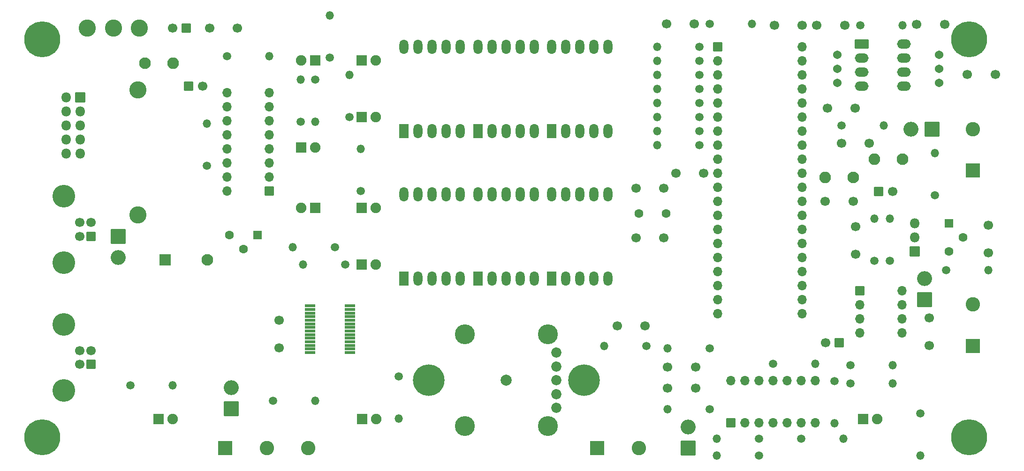
<source format=gbr>
%TF.GenerationSoftware,KiCad,Pcbnew,8.0.1*%
%TF.CreationDate,2024-04-17T00:29:27+02:00*%
%TF.ProjectId,Solaranlage,536f6c61-7261-46e6-9c61-67652e6b6963,rev?*%
%TF.SameCoordinates,Original*%
%TF.FileFunction,Soldermask,Top*%
%TF.FilePolarity,Negative*%
%FSLAX46Y46*%
G04 Gerber Fmt 4.6, Leading zero omitted, Abs format (unit mm)*
G04 Created by KiCad (PCBNEW 8.0.1) date 2024-04-17 00:29:27*
%MOMM*%
%LPD*%
G01*
G04 APERTURE LIST*
G04 Aperture macros list*
%AMRoundRect*
0 Rectangle with rounded corners*
0 $1 Rounding radius*
0 $2 $3 $4 $5 $6 $7 $8 $9 X,Y pos of 4 corners*
0 Add a 4 corners polygon primitive as box body*
4,1,4,$2,$3,$4,$5,$6,$7,$8,$9,$2,$3,0*
0 Add four circle primitives for the rounded corners*
1,1,$1+$1,$2,$3*
1,1,$1+$1,$4,$5*
1,1,$1+$1,$6,$7*
1,1,$1+$1,$8,$9*
0 Add four rect primitives between the rounded corners*
20,1,$1+$1,$2,$3,$4,$5,0*
20,1,$1+$1,$4,$5,$6,$7,0*
20,1,$1+$1,$6,$7,$8,$9,0*
20,1,$1+$1,$8,$9,$2,$3,0*%
G04 Aperture macros list end*
%ADD10C,1.500000*%
%ADD11O,1.500000X1.500000*%
%ADD12RoundRect,0.050000X-0.762000X-1.262000X0.762000X-1.262000X0.762000X1.262000X-0.762000X1.262000X0*%
%ADD13O,1.624000X2.624000*%
%ADD14C,0.900000*%
%ADD15C,6.500000*%
%ADD16C,1.700000*%
%ADD17RoundRect,0.050000X0.875000X0.225000X-0.875000X0.225000X-0.875000X-0.225000X0.875000X-0.225000X0*%
%ADD18C,3.600000*%
%ADD19C,2.000000*%
%ADD20C,1.850000*%
%ADD21RoundRect,0.050000X-0.900000X-0.900000X0.900000X-0.900000X0.900000X0.900000X-0.900000X0.900000X0*%
%ADD22C,1.900000*%
%ADD23C,3.100000*%
%ADD24RoundRect,0.050000X0.800000X0.800000X-0.800000X0.800000X-0.800000X-0.800000X0.800000X-0.800000X0*%
%ADD25RoundRect,0.050000X-1.200000X-0.800000X1.200000X-0.800000X1.200000X0.800000X-1.200000X0.800000X0*%
%ADD26O,2.500000X1.700000*%
%ADD27RoundRect,0.050000X-0.800000X-0.800000X0.800000X-0.800000X0.800000X0.800000X-0.800000X0.800000X0*%
%ADD28O,1.700000X1.700000*%
%ADD29RoundRect,0.050000X-0.800000X0.800000X-0.800000X-0.800000X0.800000X-0.800000X0.800000X0.800000X0*%
%ADD30C,4.100000*%
%ADD31RoundRect,0.050000X-0.850000X-0.850000X0.850000X-0.850000X0.850000X0.850000X-0.850000X0.850000X0*%
%ADD32O,1.800000X1.800000*%
%ADD33RoundRect,0.050000X0.750000X0.750000X-0.750000X0.750000X-0.750000X-0.750000X0.750000X-0.750000X0*%
%ADD34C,1.600000*%
%ADD35RoundRect,0.050000X0.800000X-0.800000X0.800000X0.800000X-0.800000X0.800000X-0.800000X-0.800000X0*%
%ADD36RoundRect,0.050000X0.900000X0.900000X-0.900000X0.900000X-0.900000X-0.900000X0.900000X-0.900000X0*%
%ADD37C,5.700000*%
%ADD38RoundRect,0.050000X-0.750000X-0.750000X0.750000X-0.750000X0.750000X0.750000X-0.750000X0.750000X0*%
%ADD39RoundRect,0.050000X1.250000X-1.250000X1.250000X1.250000X-1.250000X1.250000X-1.250000X-1.250000X0*%
%ADD40C,2.600000*%
%ADD41C,1.540000*%
%ADD42C,2.100000*%
%ADD43O,2.100000X2.100000*%
%ADD44RoundRect,0.050000X1.300000X1.300000X-1.300000X1.300000X-1.300000X-1.300000X1.300000X-1.300000X0*%
%ADD45O,2.700000X2.700000*%
%ADD46RoundRect,0.050000X1.300000X-1.300000X1.300000X1.300000X-1.300000X1.300000X-1.300000X-1.300000X0*%
%ADD47RoundRect,0.050000X-1.300000X1.300000X-1.300000X-1.300000X1.300000X-1.300000X1.300000X1.300000X0*%
%ADD48RoundRect,0.050000X-1.250000X-1.250000X1.250000X-1.250000X1.250000X1.250000X-1.250000X1.250000X0*%
%ADD49RoundRect,0.050000X-1.000000X-1.000000X1.000000X-1.000000X1.000000X1.000000X-1.000000X1.000000X0*%
G04 APERTURE END LIST*
D10*
%TO.C,R11*%
X175768000Y-58928000D03*
D11*
X183388000Y-58928000D03*
%TD*%
D12*
%TO.C,U3*%
X133928000Y-78328000D03*
D13*
X136468000Y-78328000D03*
X139008000Y-78328000D03*
X141548000Y-78328000D03*
X144088000Y-78328000D03*
X144088000Y-63088000D03*
X141548000Y-63088000D03*
X139008000Y-63088000D03*
X136468000Y-63088000D03*
X133928000Y-63088000D03*
%TD*%
D12*
%TO.C,U1*%
X120523000Y-78328000D03*
D13*
X123063000Y-78328000D03*
X125603000Y-78328000D03*
X128143000Y-78328000D03*
X130683000Y-78328000D03*
X130683000Y-63088000D03*
X128143000Y-63088000D03*
X125603000Y-63088000D03*
X123063000Y-63088000D03*
X120523000Y-63088000D03*
%TD*%
D14*
%TO.C,H1*%
X52878000Y-133708000D03*
X53580944Y-132010944D03*
X53580944Y-135405056D03*
X55278000Y-131308000D03*
D15*
X55278000Y-133708000D03*
D14*
X55278000Y-136108000D03*
X56975056Y-132010944D03*
X56975056Y-135405056D03*
X57678000Y-133708000D03*
%TD*%
%TO.C,H3*%
X52878000Y-61708000D03*
X53580944Y-60010944D03*
X53580944Y-63405056D03*
X55278000Y-59308000D03*
D15*
X55278000Y-61708000D03*
D14*
X55278000Y-64108000D03*
X56975056Y-60010944D03*
X56975056Y-63405056D03*
X57678000Y-61708000D03*
%TD*%
%TO.C,H4*%
X220188000Y-133708000D03*
X220890944Y-132010944D03*
X220890944Y-135405056D03*
X222588000Y-131308000D03*
D15*
X222588000Y-133708000D03*
D14*
X222588000Y-136108000D03*
X224285056Y-132010944D03*
X224285056Y-135405056D03*
X224988000Y-133708000D03*
%TD*%
D16*
%TO.C,C3*%
X222250000Y-68072000D03*
X227250000Y-68072000D03*
%TD*%
%TO.C,C5*%
X172974000Y-58928000D03*
X167974000Y-58928000D03*
%TD*%
D12*
%TO.C,U5*%
X147193000Y-78328000D03*
D13*
X149733000Y-78328000D03*
X152273000Y-78328000D03*
X154813000Y-78328000D03*
X157353000Y-78328000D03*
X157353000Y-63088000D03*
X154813000Y-63088000D03*
X152273000Y-63088000D03*
X149733000Y-63088000D03*
X147193000Y-63088000D03*
%TD*%
D14*
%TO.C,H2*%
X220188000Y-61708000D03*
X220890944Y-60010944D03*
X220890944Y-63405056D03*
X222588000Y-59308000D03*
D15*
X222588000Y-61708000D03*
D14*
X222588000Y-64108000D03*
X224285056Y-60010944D03*
X224285056Y-63405056D03*
X224988000Y-61708000D03*
%TD*%
D12*
%TO.C,U6*%
X147193000Y-104998000D03*
D13*
X149733000Y-104998000D03*
X152273000Y-104998000D03*
X154813000Y-104998000D03*
X157353000Y-104998000D03*
X157353000Y-89758000D03*
X154813000Y-89758000D03*
X152273000Y-89758000D03*
X149733000Y-89758000D03*
X147193000Y-89758000D03*
%TD*%
D12*
%TO.C,U4*%
X133928000Y-104998000D03*
D13*
X136468000Y-104998000D03*
X139008000Y-104998000D03*
X141548000Y-104998000D03*
X144088000Y-104998000D03*
X144088000Y-89758000D03*
X141548000Y-89758000D03*
X139008000Y-89758000D03*
X136468000Y-89758000D03*
X133928000Y-89758000D03*
%TD*%
D12*
%TO.C,U2*%
X120523000Y-104998000D03*
D13*
X123063000Y-104998000D03*
X125603000Y-104998000D03*
X128143000Y-104998000D03*
X130683000Y-104998000D03*
X130683000Y-89758000D03*
X128143000Y-89758000D03*
X125603000Y-89758000D03*
X123063000Y-89758000D03*
X120523000Y-89758000D03*
%TD*%
D17*
%TO.C,U8*%
X110788000Y-118398000D03*
X110788000Y-117748000D03*
X110788000Y-117098000D03*
X110788000Y-116448000D03*
X110788000Y-115798000D03*
X110788000Y-115148000D03*
X110788000Y-114498000D03*
X110788000Y-113848000D03*
X110788000Y-113198000D03*
X110788000Y-112548000D03*
X110788000Y-111898000D03*
X110788000Y-111248000D03*
X110788000Y-110598000D03*
X110788000Y-109948000D03*
X103588000Y-109948000D03*
X103588000Y-110598000D03*
X103588000Y-111248000D03*
X103588000Y-111898000D03*
X103588000Y-112548000D03*
X103588000Y-113198000D03*
X103588000Y-113848000D03*
X103588000Y-114498000D03*
X103588000Y-115148000D03*
X103588000Y-115798000D03*
X103588000Y-116448000D03*
X103588000Y-117098000D03*
X103588000Y-117748000D03*
X103588000Y-118398000D03*
%TD*%
D18*
%TO.C,SW1*%
X131508000Y-131713000D03*
X146508000Y-131713000D03*
D19*
X139008000Y-123413000D03*
D18*
X131508000Y-115113000D03*
X146508000Y-115113000D03*
D20*
X148008000Y-125913000D03*
X148008000Y-120913000D03*
X148008000Y-123413000D03*
X148008000Y-128413000D03*
X148008000Y-118413000D03*
%TD*%
D16*
%TO.C,C9*%
X164084000Y-113538000D03*
X159084000Y-113538000D03*
%TD*%
D21*
%TO.C,D2*%
X113030000Y-130429000D03*
D22*
X115570000Y-130429000D03*
%TD*%
D10*
%TO.C,R14*%
X175768000Y-128620000D03*
D11*
X168148000Y-128620000D03*
%TD*%
D16*
%TO.C,C6*%
X168148000Y-124810000D03*
X173148000Y-124810000D03*
%TD*%
D10*
%TO.C,R16*%
X164338000Y-117190000D03*
D11*
X156718000Y-117190000D03*
%TD*%
D10*
%TO.C,R15*%
X175768000Y-117602000D03*
D11*
X168148000Y-117602000D03*
%TD*%
D10*
%TO.C,R17*%
X71130000Y-124333000D03*
D11*
X78750000Y-124333000D03*
%TD*%
D16*
%TO.C,C8*%
X168148000Y-121000000D03*
X173148000Y-121000000D03*
%TD*%
%TO.C,C4*%
X226060000Y-100330000D03*
X226060000Y-95330000D03*
%TD*%
D23*
%TO.C,SW2*%
X72782000Y-59690000D03*
X68082000Y-59690000D03*
X63382000Y-59690000D03*
%TD*%
D21*
%TO.C,D3*%
X203454000Y-130429000D03*
D22*
X205994000Y-130429000D03*
%TD*%
D10*
%TO.C,R20*%
X201168000Y-123952000D03*
D11*
X208788000Y-123952000D03*
%TD*%
D10*
%TO.C,R22*%
X205486000Y-101834000D03*
D11*
X205486000Y-94214000D03*
%TD*%
D10*
%TO.C,R23*%
X208280000Y-101834000D03*
D11*
X208280000Y-94214000D03*
%TD*%
D24*
%TO.C,C16*%
X199136000Y-116586000D03*
D16*
X196636000Y-116586000D03*
%TD*%
D10*
%TO.C,R24*%
X201168000Y-120650000D03*
D11*
X208788000Y-120650000D03*
%TD*%
D10*
%TO.C,R2*%
X218440000Y-103505000D03*
D11*
X226060000Y-103505000D03*
%TD*%
D16*
%TO.C,C15*%
X202057000Y-95631000D03*
X202057000Y-100631000D03*
%TD*%
%TO.C,C19*%
X196977000Y-74168000D03*
X201977000Y-74168000D03*
%TD*%
%TO.C,C12*%
X162433000Y-88646000D03*
X167433000Y-88646000D03*
%TD*%
%TO.C,C14*%
X174625000Y-85948000D03*
X169625000Y-85948000D03*
%TD*%
D25*
%TO.C,U9*%
X203200000Y-62611000D03*
D26*
X203200000Y-65151000D03*
X203200000Y-67691000D03*
X203200000Y-70231000D03*
X210820000Y-70231000D03*
X210820000Y-67691000D03*
X210820000Y-65151000D03*
X210820000Y-62611000D03*
%TD*%
D16*
%TO.C,C17*%
X192405000Y-59182000D03*
X187405000Y-59182000D03*
%TD*%
%TO.C,C20*%
X213106000Y-59055000D03*
X218106000Y-59055000D03*
%TD*%
D10*
%TO.C,R3*%
X173863000Y-63088000D03*
D11*
X166243000Y-63088000D03*
%TD*%
D10*
%TO.C,R7*%
X173863000Y-65628000D03*
D11*
X166243000Y-65628000D03*
%TD*%
D10*
%TO.C,R4*%
X173863000Y-68168000D03*
D11*
X166243000Y-68168000D03*
%TD*%
D10*
%TO.C,R6*%
X173863000Y-78328000D03*
D11*
X166243000Y-78328000D03*
%TD*%
D10*
%TO.C,R10*%
X173863000Y-80868000D03*
D11*
X166243000Y-80868000D03*
%TD*%
D10*
%TO.C,R8*%
X173863000Y-70708000D03*
D11*
X166243000Y-70708000D03*
%TD*%
D10*
%TO.C,R9*%
X173863000Y-75788000D03*
D11*
X166243000Y-75788000D03*
%TD*%
D10*
%TO.C,R5*%
X173863000Y-73248000D03*
D11*
X166243000Y-73248000D03*
%TD*%
D27*
%TO.C,U7*%
X177165000Y-63093600D03*
D28*
X177165000Y-65633600D03*
X177165000Y-68173600D03*
X177165000Y-70713600D03*
X177165000Y-73253600D03*
X177165000Y-75793600D03*
X177165000Y-78333600D03*
X177165000Y-80873600D03*
X177165000Y-83413600D03*
X177165000Y-85953600D03*
X177165000Y-88493600D03*
X177165000Y-91033600D03*
X177165000Y-93573600D03*
X177165000Y-96113600D03*
X177165000Y-98653600D03*
X177165000Y-101193600D03*
X177165000Y-103733600D03*
X177165000Y-106273600D03*
X177165000Y-108813600D03*
X177165000Y-111353600D03*
X192405000Y-111353600D03*
X192405000Y-108813600D03*
X192405000Y-106273600D03*
X192405000Y-103733600D03*
X192405000Y-101193600D03*
X192405000Y-98653600D03*
X192405000Y-96113600D03*
X192405000Y-93573600D03*
X192405000Y-91033600D03*
X192405000Y-88493600D03*
X192405000Y-85953600D03*
X192405000Y-83413600D03*
X192405000Y-80873600D03*
X192405000Y-78333600D03*
X192405000Y-75793600D03*
X192405000Y-73253600D03*
X192405000Y-70713600D03*
X192405000Y-68173600D03*
X192405000Y-65633600D03*
X192405000Y-63093600D03*
%TD*%
D16*
%TO.C,C13*%
X167433000Y-97663000D03*
X162433000Y-97663000D03*
%TD*%
D10*
%TO.C,R25*%
X107188000Y-65024000D03*
D11*
X107188000Y-57404000D03*
%TD*%
D21*
%TO.C,D4*%
X112903000Y-65532000D03*
D22*
X115443000Y-65532000D03*
%TD*%
D16*
%TO.C,C21*%
X199517000Y-80518000D03*
X204517000Y-80518000D03*
%TD*%
%TO.C,C10*%
X195072000Y-59182000D03*
X200072000Y-59182000D03*
%TD*%
D10*
%TO.C,R29*%
X202946000Y-59182000D03*
D11*
X210566000Y-59182000D03*
%TD*%
D10*
%TO.C,R30*%
X199517000Y-77343000D03*
D11*
X207137000Y-77343000D03*
%TD*%
D16*
%TO.C,C2*%
X196596000Y-91059000D03*
X201596000Y-91059000D03*
%TD*%
%TO.C,C22*%
X98044000Y-112522000D03*
X98044000Y-117522000D03*
%TD*%
D10*
%TO.C,R12*%
X184658000Y-133985000D03*
D11*
X177038000Y-133985000D03*
%TD*%
D10*
%TO.C,R13*%
X192278000Y-133985000D03*
D11*
X199898000Y-133985000D03*
%TD*%
D10*
%TO.C,R21*%
X187198000Y-120396000D03*
D11*
X194818000Y-120396000D03*
%TD*%
D24*
%TO.C,U12*%
X96266000Y-89154000D03*
D28*
X96266000Y-86614000D03*
X96266000Y-84074000D03*
X96266000Y-81534000D03*
X96266000Y-78994000D03*
X96266000Y-76454000D03*
X96266000Y-73914000D03*
X96266000Y-71374000D03*
X88646000Y-71374000D03*
X88646000Y-73914000D03*
X88646000Y-76454000D03*
X88646000Y-78994000D03*
X88646000Y-81534000D03*
X88646000Y-84074000D03*
X88646000Y-86614000D03*
X88646000Y-89154000D03*
%TD*%
D27*
%TO.C,U10*%
X202819000Y-107188000D03*
D28*
X202819000Y-109728000D03*
X202819000Y-112268000D03*
X202819000Y-114808000D03*
X210439000Y-114808000D03*
X210439000Y-112268000D03*
X210439000Y-109728000D03*
X210439000Y-107188000D03*
%TD*%
D16*
%TO.C,C1*%
X215392000Y-117094000D03*
X215392000Y-112094000D03*
%TD*%
D29*
%TO.C,J4*%
X64018000Y-120523000D03*
D16*
X64018000Y-118023000D03*
X62018000Y-118023000D03*
X62018000Y-120523000D03*
D30*
X59158000Y-125273000D03*
X59158000Y-113273000D03*
%TD*%
D29*
%TO.C,J5*%
X64018000Y-97378000D03*
D16*
X64018000Y-94878000D03*
X62018000Y-94878000D03*
X62018000Y-97378000D03*
D30*
X59158000Y-102128000D03*
X59158000Y-90128000D03*
%TD*%
D31*
%TO.C,J3*%
X62078000Y-72263000D03*
D32*
X59538000Y-72263000D03*
X62078000Y-74803000D03*
X59538000Y-74803000D03*
X62078000Y-77343000D03*
X59538000Y-77343000D03*
X62078000Y-79883000D03*
X59538000Y-79883000D03*
X62078000Y-82423000D03*
X59538000Y-82423000D03*
%TD*%
D10*
%TO.C,R33*%
X96901000Y-127127000D03*
D11*
X104521000Y-127127000D03*
%TD*%
D10*
%TO.C,R34*%
X184658000Y-137033000D03*
D11*
X177038000Y-137033000D03*
%TD*%
D10*
%TO.C,R35*%
X84963000Y-84582000D03*
D11*
X84963000Y-76962000D03*
%TD*%
D33*
%TO.C,Q2*%
X94107000Y-97155000D03*
D34*
X91567000Y-99695000D03*
X89027000Y-97155000D03*
%TD*%
D35*
%TO.C,U11*%
X179578000Y-131064000D03*
D28*
X182118000Y-131064000D03*
X184658000Y-131064000D03*
X187198000Y-131064000D03*
X189738000Y-131064000D03*
X192278000Y-131064000D03*
X194818000Y-131064000D03*
X194818000Y-123444000D03*
X192278000Y-123444000D03*
X189738000Y-123444000D03*
X187198000Y-123444000D03*
X184658000Y-123444000D03*
X182118000Y-123444000D03*
X179578000Y-123444000D03*
%TD*%
D10*
%TO.C,R19*%
X198247000Y-123571000D03*
D11*
X198247000Y-131191000D03*
%TD*%
D10*
%TO.C,R1*%
X216408000Y-89916000D03*
D11*
X216408000Y-82296000D03*
%TD*%
D10*
%TO.C,R28*%
X109982000Y-102489000D03*
D11*
X102362000Y-102489000D03*
%TD*%
D36*
%TO.C,D12*%
X104521000Y-92202000D03*
D22*
X101981000Y-92202000D03*
%TD*%
D21*
%TO.C,D6*%
X112903000Y-75819000D03*
D22*
X115443000Y-75819000D03*
%TD*%
D10*
%TO.C,R31*%
X108077000Y-99314000D03*
D11*
X100457000Y-99314000D03*
%TD*%
D21*
%TO.C,D7*%
X112903000Y-102489000D03*
D22*
X115443000Y-102489000D03*
%TD*%
D10*
%TO.C,R32*%
X104500000Y-69000000D03*
D11*
X104500000Y-76620000D03*
%TD*%
D10*
%TO.C,R26*%
X112776000Y-89154000D03*
D11*
X112776000Y-81534000D03*
%TD*%
D21*
%TO.C,D5*%
X112903000Y-92202000D03*
D22*
X115443000Y-92202000D03*
%TD*%
D36*
%TO.C,D13*%
X104521000Y-65532000D03*
D22*
X101981000Y-65532000D03*
%TD*%
D10*
%TO.C,R27*%
X110700000Y-75810000D03*
D11*
X110700000Y-68190000D03*
%TD*%
D21*
%TO.C,D1*%
X76210000Y-130429000D03*
D22*
X78750000Y-130429000D03*
%TD*%
D37*
%TO.C,H5*%
X153008000Y-123413000D03*
%TD*%
D10*
%TO.C,GND1*%
X213741000Y-129413000D03*
D11*
X213741000Y-137033000D03*
%TD*%
D10*
%TO.C,GND2*%
X88646000Y-64770000D03*
D11*
X96266000Y-64770000D03*
%TD*%
D10*
%TO.C,R18*%
X119634000Y-122682000D03*
D11*
X119634000Y-130302000D03*
%TD*%
D38*
%TO.C,Q1*%
X218948000Y-94996000D03*
D34*
X221488000Y-97536000D03*
X218948000Y-100076000D03*
%TD*%
D37*
%TO.C,H6*%
X125008000Y-123413000D03*
%TD*%
D21*
%TO.C,D15*%
X101981000Y-81280000D03*
D22*
X104521000Y-81280000D03*
%TD*%
D10*
%TO.C,R36*%
X101900000Y-76610000D03*
D11*
X101900000Y-68990000D03*
%TD*%
D39*
%TO.C,J1*%
X223266000Y-85471000D03*
D40*
X223266000Y-77971000D03*
%TD*%
D39*
%TO.C,J2*%
X223266000Y-117190000D03*
D40*
X223266000Y-109690000D03*
%TD*%
D41*
%TO.C,RV1*%
X198755000Y-64516000D03*
X198755000Y-67056000D03*
X198755000Y-69596000D03*
%TD*%
%TO.C,RV2*%
X217170000Y-64516000D03*
X217170000Y-67056000D03*
X217170000Y-69596000D03*
%TD*%
D34*
%TO.C,Y1*%
X162941000Y-93218000D03*
X167841000Y-93218000D03*
%TD*%
D31*
%TO.C,JP1*%
X212725000Y-100076000D03*
D32*
X212725000Y-97536000D03*
X212725000Y-94996000D03*
%TD*%
D16*
%TO.C,C7*%
X85471000Y-59690000D03*
X90471000Y-59690000D03*
%TD*%
D42*
%TO.C,L1*%
X201676000Y-86741000D03*
D43*
X196596000Y-86741000D03*
%TD*%
D42*
%TO.C,L2*%
X210566000Y-83439000D03*
D43*
X205486000Y-83439000D03*
%TD*%
D27*
%TO.C,C11*%
X206248000Y-89281000D03*
D16*
X208748000Y-89281000D03*
%TD*%
D44*
%TO.C,D8*%
X215900000Y-77978000D03*
D45*
X212090000Y-77978000D03*
%TD*%
D46*
%TO.C,D9*%
X214503000Y-108839000D03*
D45*
X214503000Y-105029000D03*
%TD*%
D47*
%TO.C,D10*%
X68961000Y-97409000D03*
D45*
X68961000Y-101219000D03*
%TD*%
D46*
%TO.C,D11*%
X171831000Y-135636000D03*
D45*
X171831000Y-131826000D03*
%TD*%
D48*
%TO.C,J6*%
X155448000Y-135636000D03*
D40*
X162948000Y-135636000D03*
%TD*%
D42*
%TO.C,L3*%
X73787000Y-66040000D03*
D43*
X78867000Y-66040000D03*
%TD*%
D48*
%TO.C,J7*%
X88265000Y-135636000D03*
D40*
X95765000Y-135636000D03*
X103265000Y-135636000D03*
%TD*%
D46*
%TO.C,D14*%
X89408000Y-128524000D03*
D45*
X89408000Y-124714000D03*
%TD*%
D49*
%TO.C,BZ1*%
X77470000Y-101600000D03*
D42*
X85070000Y-101600000D03*
%TD*%
D23*
%TO.C,F1*%
X72517000Y-70869000D03*
X72517000Y-93469000D03*
%TD*%
D27*
%TO.C,C23*%
X81661000Y-70231000D03*
D16*
X84161000Y-70231000D03*
%TD*%
D24*
%TO.C,C18*%
X81280000Y-59690000D03*
D16*
X78780000Y-59690000D03*
%TD*%
M02*

</source>
